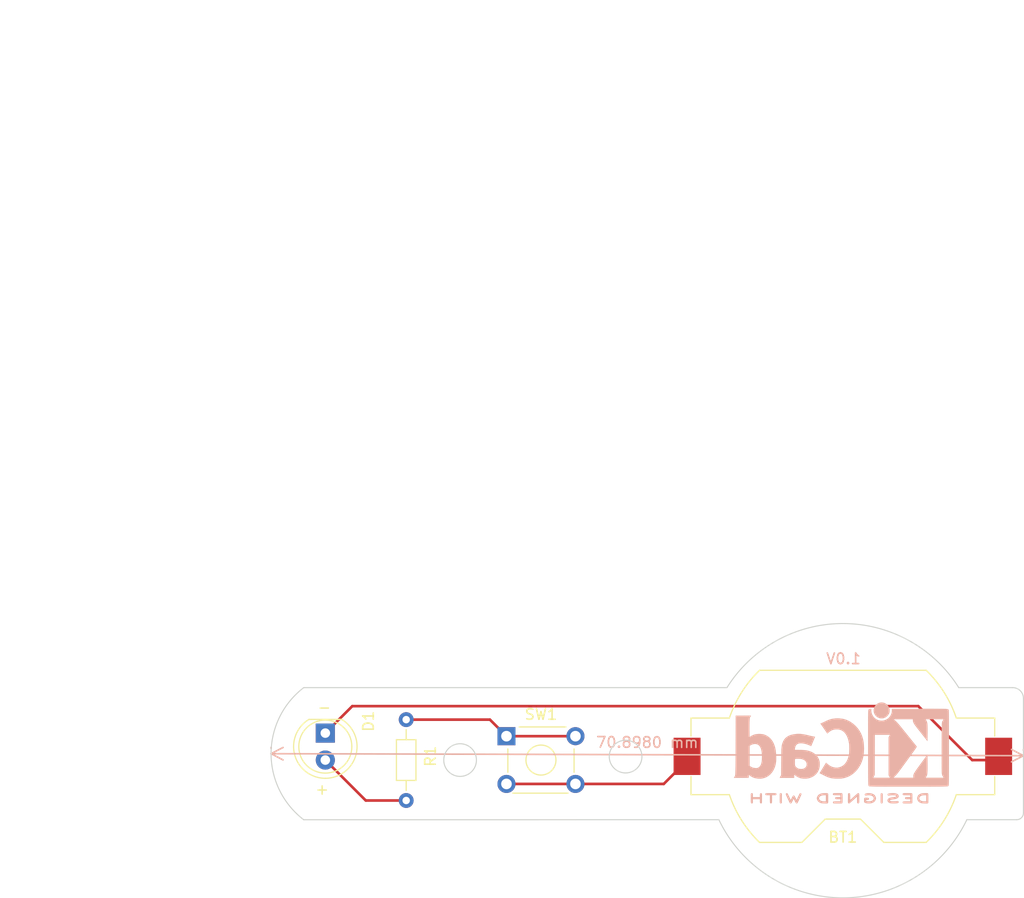
<source format=kicad_pcb>
(kicad_pcb (version 20221018) (generator pcbnew)
  (title_block (title "TED Torch") (date "2023-09-01") (comment 1 "Project 1") (comment 2 "Sashenka Gamage"))
  (layers (0 "F.Cu" signal) (31 "B.Cu" signal) (34 "B.Paste" user) (35 "F.Paste" user) (36 "B.SilkS" user "B.Silkscreen") (37 "F.SilkS" user "F.Silkscreen") (38 "B.Mask" user) (39 "F.Mask" user) (44 "Edge.Cuts" user))
  (net 0 "")
  (net 1 "/bat_pos")
  (net 2 "/LED_cathode")
  (net 3 "/LED_anode")
  (net 4 "Net-(SW1A-A)")
  (footprint "LED_THT:LED_D5.0mm" (layer "F.Cu") (at 119.4816 104.567691 -90)
    (fp_text reference "D1" (at -1.111 -4.064 90) (layer "F.SilkS"))
    (fp_text value "LED")
    (pad "1" thru_hole rect (at 0 0 270) (size 1.8 1.8) (drill 0.9) (layers "*.Cu" "*.Mask") (net 2 "/LED_cathode"))
    (pad "2" thru_hole circle (at 2.54 0 270) (size 1.8 1.8) (drill 0.9) (layers "*.Cu" "*.Mask") (net 3 "/LED_anode"))
  )
  (footprint "Resistor_THT:R_Axial_DIN0204_L3.6mm_D1.6mm_P7.62mm_Horizontal" (layer "F.Cu") (at 127.1016 103.297691 -90)
    (fp_text reference "R1" (at 3.461 -2.286 90) (layer "F.SilkS"))
    (fp_text value "R_Photo")
    (pad "1" thru_hole circle (at 0 0 270) (size 1.4 1.4) (drill 0.7) (layers "*.Cu" "*.Mask") (net 4 "Net-(SW1A-A)"))
    (pad "2" thru_hole oval (at 7.62 0 270) (size 1.4 1.4) (drill 0.7) (layers "*.Cu" "*.Mask") (net 3 "/LED_anode"))
  )
  (footprint "Battery:BatteryHolder_Keystone_1058_1x2032" (layer "F.Cu") (at 168.2496 106.758691)
    (fp_text reference "BT1" (at 0 7.62) (layer "F.SilkS"))
    (fp_text value "Battery_Cell")
    (pad "1" smd rect (at -14.68 0) (size 2.54 3.51) (layers "F.Cu" "F.Paste" "F.Mask") (net 1 "/bat_pos"))
    (pad "2" smd rect (at 14.68 0) (size 2.54 3.51) (layers "F.Cu" "F.Paste" "F.Mask") (net 2 "/LED_cathode"))
  )
  (footprint "Button_Switch_THT:SW_TH_Tactile_Omron_B3F-10xx" (layer "F.Cu") (at 136.5516 104.857691)
    (fp_text reference "SW1" (at 3.25 -2.05) (layer "F.SilkS"))
    (fp_text value "SW_DPST_x2")
    (pad "1" thru_hole rect (at 0 0) (size 1.7 1.7) (drill 1) (layers "*.Cu" "*.Mask") (net 4 "Net-(SW1A-A)"))
    (pad "1" thru_hole circle (at 6.5 0) (size 1.7 1.7) (drill 1) (layers "*.Cu" "*.Mask") (net 4 "Net-(SW1A-A)"))
    (pad "2" thru_hole circle (at 0 4.5) (size 1.7 1.7) (drill 1) (layers "*.Cu" "*.Mask") (net 1 "/bat_pos"))
    (pad "2" thru_hole circle (at 6.5 4.5) (size 1.7 1.7) (drill 1) (layers "*.Cu" "*.Mask") (net 1 "/bat_pos"))
  )
  (footprint "Symbol:KiCad-Logo2_8mm_SilkScreen" (layer "B.Cu") (at 168.1226 105.615691 180)
    (fp_text reference "REF**" hide)
    (fp_text value "KiCad-Logo2_8mm_SilkScreen" hide)
  )
  (gr_arc (start 157.3276 100.281691) (mid 168.2496 94.243093) (end 179.1716 100.281691) (stroke (width 0.1)) (layer "Edge.Cuts"))
  (gr_arc (start 184.2516 100.281691) (mid 184.97002 100.579271) (end 185.2676 101.297691) (stroke (width 0.1)) (layer "Edge.Cuts"))
  (gr_circle (center 147.7772 106.7816) (end 147.7772 108.3216) (stroke (width 0.1)) (fill none) (layer "Edge.Cuts"))
  (gr_circle (center 132.1816 107.107691) (end 132.1816 108.647691) (stroke (width 0.1)) (fill none) (layer "Edge.Cuts"))
  (gr_arc (start 185.2676 112.092691) (mid 185.081613 112.541704) (end 184.6326 112.727691) (stroke (width 0.1)) (layer "Edge.Cuts"))
  (gr_line (start 117.4496 100.281691) (end 157.3276 100.281691) (stroke (width 0.1)) (layer "Edge.Cuts"))
  (gr_line (start 185.2676 101.297691) (end 185.2676 112.092691) (stroke (width 0.1)) (layer "Edge.Cuts"))
  (gr_line (start 179.933599 112.727691) (end 184.6326 112.727691) (stroke (width 0.1)) (layer "Edge.Cuts"))
  (gr_arc (start 117.446331 112.731969) (mid 114.369857 106.506023) (end 117.4496 100.281691) (stroke (width 0.1)) (layer "Edge.Cuts"))
  (gr_line (start 117.446331 112.731969) (end 156.565601 112.727691) (stroke (width 0.1)) (layer "Edge.Cuts"))
  (gr_line (start 179.1716 100.281691) (end 184.2516 100.281691) (stroke (width 0.1)) (layer "Edge.Cuts"))
  (gr_arc (start 179.933599 112.727691) (mid 168.2496 120.0912) (end 156.565601 112.727691) (stroke (width 0.1)) (layer "Edge.Cuts"))
  (gr_text "1.0V" (at 170.0276 98.1456) (layer "B.SilkS") (effects (font (size 1 1)) (justify left bottom mirror)))
  (gr_text "-" (at 118.6688 102.720091) (layer "F.SilkS") (effects (font (size 1 1)) (justify left bottom)))
  (gr_text "+" (at 118.4656 110.441691) (layer "F.SilkS") (effects (font (size 1 1)) (justify left bottom)))
  (dimension (type aligned) (layer "B.SilkS") (pts (xy 114.369857 106.506023) (xy 185.2676 106.695191)) (height 0) (gr_text "70.8980 mm" (at 149.821797 105.450611 359.8471249) (layer "B.SilkS") (effects (font (size 1 1) (thickness 0.15)))) (format (prefix "") (suffix "") (units 3) (units_format 1) (precision 4)) (style (thickness 0.15) (arrow_length 1.27) (text_position_mode 0) (extension_height 0.58642) (extension_offset 0.5) keep_text_aligned))
  (segment (start 136.5516 109.357691) (end 143.0516 109.357691) (width 0.25) (layer "F.Cu") (net 1))
  (segment (start 143.0516 109.357691) (end 151.3716 109.357691) (width 0.25) (layer "F.Cu") (net 1))
  (segment (start 151.3716 109.357691) (end 153.6216 107.107691) (width 0.25) (layer "F.Cu") (net 1))
  (segment (start 122.0216 102.027691) (end 175.3616 102.027691) (width 0.25) (layer "F.Cu") (net 2))
  (segment (start 119.4816 104.567691) (end 122.0216 102.027691) (width 0.25) (layer "F.Cu") (net 2))
  (segment (start 180.4416 107.107691) (end 182.9816 107.107691) (width 0.25) (layer "F.Cu") (net 2))
  (segment (start 175.3616 102.027691) (end 180.4416 107.107691) (width 0.25) (layer "F.Cu") (net 2))
  (segment (start 119.4816 107.107691) (end 123.2916 110.917691) (width 0.25) (layer "F.Cu") (net 3))
  (segment (start 123.2916 110.917691) (end 127.1016 110.917691) (width 0.25) (layer "F.Cu") (net 3))
  (segment (start 127.1016 103.297691) (end 134.9916 103.297691) (width 0.25) (layer "F.Cu") (net 4))
  (segment (start 136.5516 104.857691) (end 143.0516 104.857691) (width 0.25) (layer "F.Cu") (net 4))
  (segment (start 134.9916 103.297691) (end 136.5516 104.857691) (width 0.25) (layer "F.Cu") (net 4))
)
</source>
